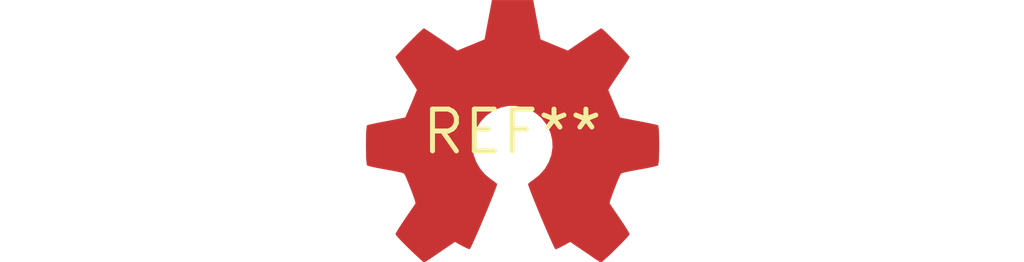
<source format=kicad_pcb>
(kicad_pcb (version 20240108) (generator pcbnew)
  (layers (0 "F.Cu" signal) (31 "B.Cu" signal) (34 "B.Paste" user) (35 "F.Paste" user) (36 "B.SilkS" user "B.Silkscreen") (37 "F.SilkS" user "F.Silkscreen") (38 "B.Mask" user) (39 "F.Mask" user) (44 "Edge.Cuts" user))
  (net 0 "")
  (footprint "OSHW-Symbol_8.9x8mm_Copper" (layer "F.Cu") (at 0 0)
    (property "Reference" "REF**")
    (property "Value" "OSHW-Symbol_8.9x8mm_Copper")
    (fp_poly (pts (xy 0.746536 -3.399573) (xy 0.859118 -2.802382) (xy 1.274531 -2.631135) (xy 1.689945 -2.459888) (xy 2.188302 -2.798767) (xy 2.327869 -2.893123) (xy 2.454029 -2.97737) (xy 2.560896 -3.047662) (xy 2.642583 -3.100153) (xy 2.693202 -3.130996) (xy 2.706987 -3.137647) (xy 2.731821 -3.120542) (xy 2.784889 -3.073256) (xy 2.860241 -3.001828) (xy 2.95193 -2.9123) (xy 3.054008 -2.810711) (xy 3.160527 -2.703102) (xy 3.265537 -2.595513) (xy 3.363092 -2.493985) (xy 3.447243 -2.404559) (xy 3.512041 -2.333274) (xy 3.551538 -2.286172) (xy 3.560981 -2.270408) (xy 3.547392 -2.241347) (xy 3.509294 -2.177679) (xy 3.450694 -2.085633) (xy 3.375598 -1.971436) (xy 3.288009 -1.841316) (xy 3.237255 -1.767099) (xy 3.144746 -1.631578) (xy 3.062541 -1.509284) (xy 2.994631 -1.406305) (xy 2.945001 -1.328727) (xy 2.917641 -1.282639) (xy 2.91353 -1.272953) (xy 2.92285 -1.245426) (xy 2.948255 -1.181272) (xy 2.985912 -1.08951) (xy 3.031987 -0.979161) (xy 3.082647 -0.859245) (xy 3.13406 -0.738781) (xy 3.18239 -0.626791) (xy 3.223807 -0.532293) (xy 3.254475 -0.464308) (xy 3.270562 -0.431857) (xy 3.271512 -0.43058) (xy 3.296773 -0.424383) (xy 3.364046 -0.41056) (xy 3.466361 -0.390468) (xy 3.596742 -0.365466) (xy 3.748217 -0.336914) (xy 3.836594 -0.320449) (xy 3.998453 -0.289631) (xy 4.14465 -0.260306) (xy 4.267788 -0.234079) (xy 4.36047 -0.212554) (xy 4.415302 -0.197335) (xy 4.426324 -0.192507) (xy 4.437119 -0.159826) (xy 4.44583 -0.086015) (xy 4.452461 0.020292) (xy 4.457019 0.150467) (xy 4.45951 0.295876) (xy 4.459939 0.44789) (xy 4.458312 0.597877) (xy 4.454636 0.737206) (xy 4.448916 0.857245) (xy 4.441158 0.949365) (xy 4.431369 1.004932) (xy 4.425497 1.0165) (xy 4.3904 1.030365) (xy 4.316029 1.050188) (xy 4.212224 1.073639) (xy 4.08882 1.098391) (xy 4.045742 1.106398) (xy 3.838048 1.144441) (xy 3.673985 1.175079) (xy 3.548131 1.199529) (xy 3.455066 1.219009) (xy 3.389368 1.234736) (xy 3.345618 1.247928) (xy 3.318393 1.259804) (xy 3.302273 1.27158) (xy 3.300018 1.273908) (xy 3.277504 1.3114) (xy 3.243159 1.384365) (xy 3.200412 1.483867) (xy 3.152693 1.600973) (xy 3.103431 1.726748) (xy 3.056056 1.852257) (xy 3.013996 1.968565) (xy 2.980681 2.066739) (xy 2.959542 2.137843) (xy 2.954006 2.172942) (xy 2.954467 2.174172) (xy 2.973224 2.202861) (xy 3.015777 2.265985) (xy 3.077654 2.356973) (xy 3.154383 2.469255) (xy 3.241492 2.59626) (xy 3.266299 2.632353) (xy 3.354753 2.763203) (xy 3.432589 2.882591) (xy 3.495567 2.983662) (xy 3.539446 3.059559) (xy 3.559986 3.103427) (xy 3.560981 3.108817) (xy 3.543723 3.137144) (xy 3.496036 3.193261) (xy 3.424051 3.271137) (xy 3.333898 3.36474) (xy 3.231706 3.468041) (xy 3.123606 3.575006) (xy 3.015729 3.679606) (xy 2.914205 3.775809) (xy 2.825163 3.857584) (xy 2.754734 3.9189) (xy 2.709048 3.953726) (xy 2.69641 3.959412) (xy 2.666992 3.94602) (xy 2.606762 3.909899) (xy 2.52553 3.857136) (xy 2.463031 3.814667) (xy 2.349786 3.73674) (xy 2.215675 3.644984) (xy 2.081156 3.553375) (xy 2.008834 3.504346) (xy 1.764039 3.33877) (xy 1.558551 3.449875) (xy 1.464937 3.498548) (xy 1.385331 3.536381) (xy 1.331468 3.557958) (xy 1.317758 3.560961) (xy 1.301271 3.538793) (xy 1.268746 3.476149) (xy 1.222609 3.378809) (xy 1.165291 3.252549) (xy 1.099217 3.10315) (xy 1.026816 2.936388) (xy 0.950517 2.758042) (xy 0.872747 2.573891) (xy 0.795935 2.389712) (xy 0.722507 2.211285) (xy 0.654893 2.044387) (xy 0.595521 1.894797) (xy 0.546817 1.768293) (xy 0.511211 1.670654) (xy 0.491131 1.607657) (xy 0.487901 1.586021) (xy 0.513497 1.558424) (xy 0.569539 1.513625) (xy 0.644312 1.460934) (xy 0.650588 1.456765) (xy 0.843846 1.302069) (xy 0.999675 1.121591) (xy 1.116725 0.921102) (xy 1.193646 0.706374) (xy 1.229087 0.483177) (xy 1.221698 0.257281) (xy 1.170128 0.034459) (xy 1.073027 -0.179521) (xy 1.044459 -0.226336) (xy 0.895869 -0.415382) (xy 0.720328 -0.567188) (xy 0.523911 -0.680966) (xy 0.312694 -0.755925) (xy 0.092754 -0.791278) (xy -0.129836 -0.786233) (xy -0.348998 -0.740001) (xy -0.558657 -0.651794) (xy -0.752738 -0.520821) (xy -0.812773 -0.467663) (xy -0.965564 -0.301261) (xy -1.076902 -0.126088) (xy -1.153276 0.070266) (xy -1.195812 0.264717) (xy -1.206313 0.483342) (xy -1.171299 0.703052) (xy -1.094326 0.91642) (xy -0.978952 1.116022) (xy -0.828734 1.294429) (xy -0.647226 1.444217) (xy -0.623372 1.460006) (xy -0.547798 1.511712) (xy -0.490348 1.556512) (xy -0.462882 1.585117) (xy -0.462482 1.586021) (xy -0.468379 1.616964) (xy -0.491754 1.687191) (xy -0.530178 1.790925) (xy -0.581222 1.92239) (xy -0.642457 2.075807) (xy -0.711455 2.245401) (xy -0.785786 2.425393) (xy -0.863021 2.610008) (xy -0.940731 2.793468) (xy -1.016488 2.969996) (xy -1.087862 3.133814) (xy -1.152425 3.279147) (xy -1.207747 3.400217) (xy -1.251399 3.491247) (xy -1.280953 3.54646) (xy -1.292855 3.560961) (xy -1.329222 3.549669) (xy -1.397269 3.519385) (xy -1.485263 3.47552) (xy -1.533649 3.449875) (xy -1.739136 3.33877) (xy -1.983931 3.504346) (xy -2.108893 3.58917) (xy -2.245704 3.682516) (xy -2.373911 3.770408) (xy -2.438128 3.814667) (xy -2.528448 3.875318) (xy -2.604928 3.923381) (xy -2.657592 3.95277) (xy -2.674697 3.958982) (xy -2.699594 3.942223) (xy -2.754694 3.895436) (xy -2.834656 3.82348) (xy -2.934139 3.731212) (xy -3.047799 3.62349) (xy -3.119684 3.554326) (xy -3.245448 3.430757) (xy -3.354136 3.320234) (xy -3.441354 3.227485) (xy -3.50271 3.157237) (xy -3.533808 3.11422) (xy -3.536791 3.10549) (xy -3.522946 3.072284) (xy -3.484687 3.005142) (xy -3.426258 2.910863) (xy -3.351902 2.796245) (xy -3.265864 2.668083) (xy -3.241397 2.632353) (xy -3.152245 2.502489) (xy -3.072261 2.385569) (xy -3.005919 2.288162) (xy -2.957688 2.216839) (xy -2.932042 2.17817) (xy -2.929564 2.174172) (xy -2.93327 2.143355) (xy -2.952938 2.075599) (xy -2.985139 1.979839) (xy -3.026444 1.865009) (xy -3.073424 1.740044) (xy -3.12265 1.613879) (xy -3.170691 1.495448) (xy -3.214118 1.393685) (xy -3.249503 1.317526) (xy -3.273415 1.275904) (xy -3.275115 1.273908) (xy -3.289737 1.262013) (xy -3.314434 1.25025) (xy -3.354627 1.237401) (xy -3.415736 1.222249) (xy -3.503182 1.203576) (xy -3.622387 1.180165) (xy -3.778772 1.150797) (xy -3.977756 1.114255) (xy -4.020839 1.106398) (xy -4.148529 1.081727) (xy -4.259846 1.057593) (xy -4.344954 1.036324) (xy -4.394016 1.020248) (xy -4.400594 1.0165) (xy -4.411435 0.983273) (xy -4.420246 0.909021) (xy -4.427023 0.802376) (xy -4.431759 0.671967) (xy -4.434449 0.526427) (xy -4.435086 0.374386) (xy -4.433665 0.224476) (xy -4.430179 0.085328) (xy -4.424623 -0.034428) (xy -4.416991 -0.126159) (xy -4.407277 -0.181234) (xy -4.401421 -0.192507) (xy -4.368819 -0.203877) (xy -4.294581 -0.222376) (xy -4.186103 -0.246398) (xy -4.050782 -0.274338) (xy -3.896014 -0.304592) (xy -3.811692 -0.320449) (xy -3.651703 -0.350356) (xy -3.509032 -0.37745) (xy -3.390651 -0.400369) (xy -3.303534 -0.417757) (xy -3.254654 -0.428253) (xy -3.246609 -0.43058) (xy -3.233012 -0.456814) (xy -3.20427 -0.520005) (xy -3.164214 -0.611123) (xy -3.116675 -0.721143) (xy -3.065484 -0.841035) (xy -3.014473 -0.961773) (xy -2.967473 -1.074329) (xy -2.928315 -1.169674) (xy -2.90083 -1.238783) (xy -2.88885 -1.272626) (xy -2.888627 -1.274105) (xy -2.902208 -1.300803) (xy -2.940284 -1.36224) (xy -2.998852 -1.452311) (xy -3.073911 -1.56491) (xy -3.161459 -1.69393) (xy -3.212352 -1.768039) (xy -3.30509 -1.903923) (xy -3.387458 -2.027291) (xy -3.455438 -2.131903) (xy -3.505011 -2.211517) (xy -3.532157 -2.259893) (xy -3.536078 -2.270738) (xy -3.519224 -2.29598) (xy -3.472631 -2.349876) (xy -3.402251 -2.426387) (xy -3.314034 -2.519477) (xy -3.213934 -2.623105) (xy -3.107901 -2.731236) (xy -3.001888 -2.83783) (xy -2.901847 -2.93685) (xy -2.813729 -3.022258) (xy -2.743486 -3.088015) (xy -2.697071 -3.128084) (xy -2.681543 -3.137647) (xy -2.65626 -3.1242) (xy -2.595788 -3.086425) (xy -2.506007 -3.028165) (xy -2.392796 -2.953266) (xy -2.262036 -2.865575) (xy -2.1634 -2.798767) (xy -1.665042 -2.459888) (xy -1.249629 -2.631135) (xy -0.834215 -2.802382) (xy -0.721633 -3.399573) (xy -0.60905 -3.996765) (xy 0.633953 -3.996765) (xy 0.746536 -3.399573)) (layer "F.Cu") (stroke (width 0.01)) (fill solid))
  )
)
</source>
